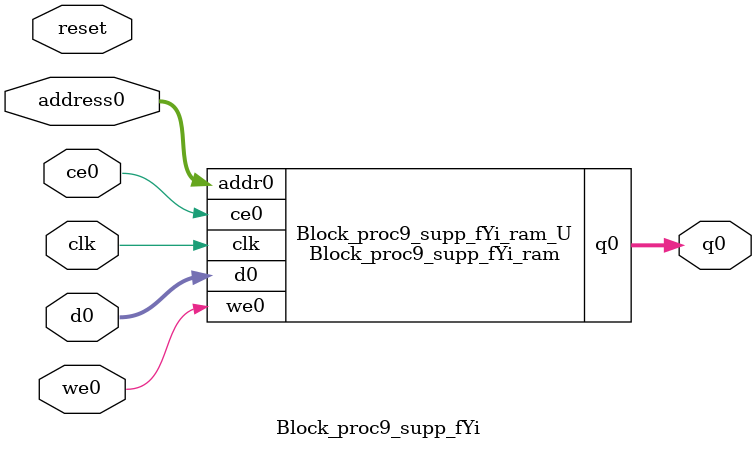
<source format=v>
`timescale 1 ns / 1 ps
module Block_proc9_supp_fYi_ram (addr0, ce0, d0, we0, q0,  clk);

parameter DWIDTH = 32;
parameter AWIDTH = 14;
parameter MEM_SIZE = 15680;

input[AWIDTH-1:0] addr0;
input ce0;
input[DWIDTH-1:0] d0;
input we0;
output reg[DWIDTH-1:0] q0;
input clk;

(* ram_style = "block" *)reg [DWIDTH-1:0] ram[0:MEM_SIZE-1];




always @(posedge clk)  
begin 
    if (ce0) 
    begin
        if (we0) 
        begin 
            ram[addr0] <= d0; 
        end 
        q0 <= ram[addr0];
    end
end


endmodule

`timescale 1 ns / 1 ps
module Block_proc9_supp_fYi(
    reset,
    clk,
    address0,
    ce0,
    we0,
    d0,
    q0);

parameter DataWidth = 32'd32;
parameter AddressRange = 32'd15680;
parameter AddressWidth = 32'd14;
input reset;
input clk;
input[AddressWidth - 1:0] address0;
input ce0;
input we0;
input[DataWidth - 1:0] d0;
output[DataWidth - 1:0] q0;



Block_proc9_supp_fYi_ram Block_proc9_supp_fYi_ram_U(
    .clk( clk ),
    .addr0( address0 ),
    .ce0( ce0 ),
    .we0( we0 ),
    .d0( d0 ),
    .q0( q0 ));

endmodule


</source>
